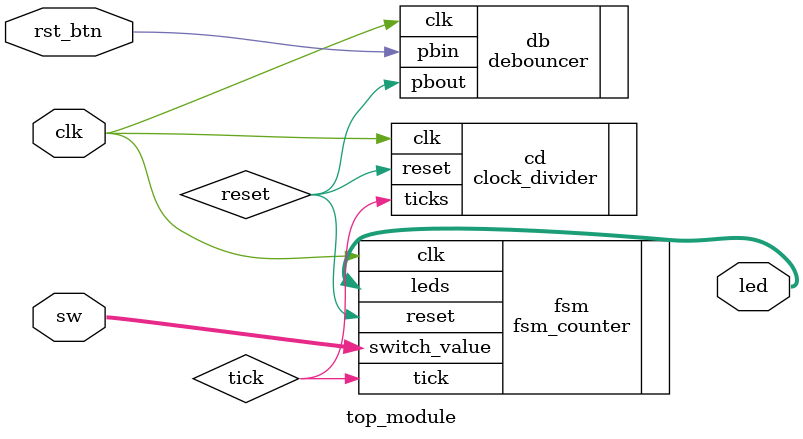
<source format=v>
`timescale 1ns / 1ps


module top_module(
    input clk,       
    input rst_btn,   
    input [15:0] sw,      
    output[15:0] led      
);
    wire reset;  
    wire tick;  
    debouncer db(
        .clk(clk),
        .pbin(rst_btn),
        .pbout(reset)
    );
    clock_divider cd(
        .clk(clk),
        .reset(reset),
        .ticks(tick)
    );
    fsm_counter fsm (
        .clk(clk),
        .reset(reset),
        .tick(tick),
        .switch_value(sw),
        .leds(led)
    );

endmodule

</source>
